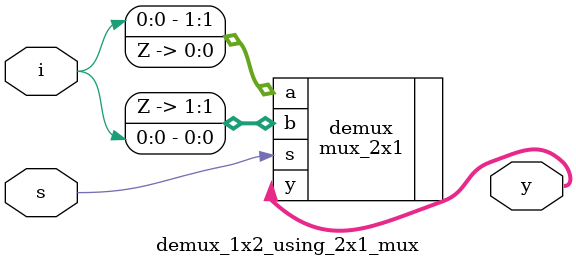
<source format=v>
`timescale 1ns / 1ps


module demux_1x2_using_2x1_mux(i,s,y);

input i,s;
output [1:0]y;

mux_2x1 #(.N(2))demux(.a({i,1'bz}),.b({1'bz,i}),.s(s),.y(y));

endmodule
</source>
